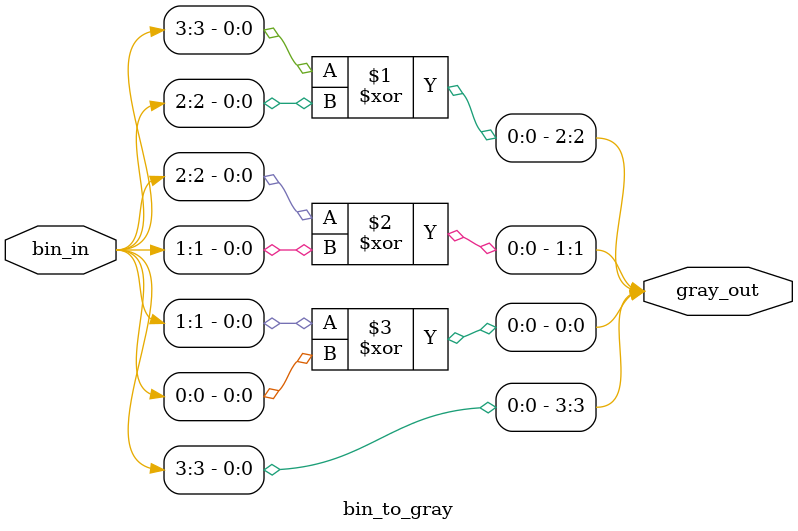
<source format=v>
module bin_to_gray #(
  parameter bits = 4
) (
  input wire [bits-1:0] bin_in,
  output wire [bits-1:0] gray_out
);
    genvar i;
    assign gray_out[bits-1] = bin_in[bits-1];
    for (i=bits-1; i>0; i = i - 1)
        assign gray_out[i-1] = bin_in[i] ^ bin_in[i - 1];
endmodule
</source>
